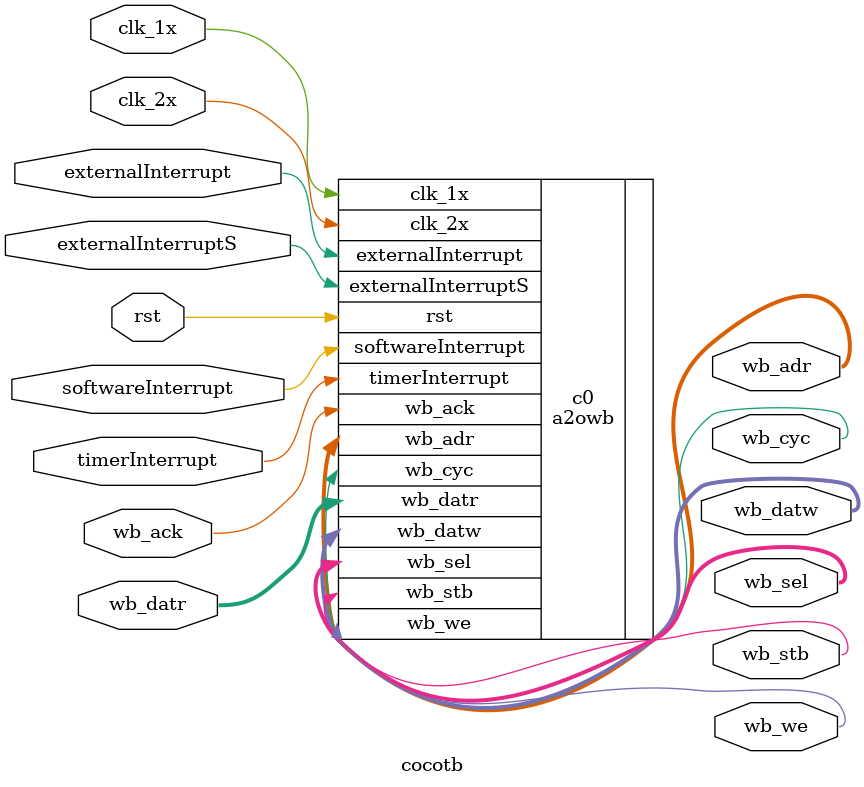
<source format=v>

`include "tri_a2o.vh"

`timescale 1ns/1ps

module cocotb (

    input                                                  clk_1x,
    input                                                  clk_2x,
    input                                                  rst,

    input                                                  timerInterrupt,
    input                                                  externalInterrupt,
    input                                                  softwareInterrupt,
    input                                                  externalInterruptS,

    output                                                 wb_stb,
    output                                                 wb_cyc,
    output [31:0]                                          wb_adr,
    output                                                 wb_we,
    output [3:0]                                           wb_sel,
    output [31:0]                                          wb_datw,
    input                                                  wb_ack,
    input  [31:0]                                          wb_datr

);

a2owb c0 (
      .clk_1x(clk_1x),
      .clk_2x(clk_2x),
      .rst(rst),

      .timerInterrupt(timerInterrupt),
      .externalInterrupt(externalInterrupt),
      .softwareInterrupt(softwareInterrupt),
      .externalInterruptS(externalInterruptS),

      .wb_stb(wb_stb),
      .wb_cyc(wb_cyc),
      .wb_adr(wb_adr),
      .wb_we(wb_we),
      .wb_ack(wb_ack),
      .wb_sel(wb_sel),
      .wb_datr(wb_datr),
      .wb_datw(wb_datw)
   );

initial begin
  $dumpfile ("a2olitex.vcd");
  // you can do it by levels and also by module so could prune down
  $dumpvars;
  // need to explicitly specify arrays for icarus
  // guess not: $dumpvars cannot dump a vpiMemory
  //$dumpvars(0, c0.iuq0.iuq_slice_top0.slice0.iuq_ibuf0.buffer_data_q);
  #1;
end

endmodule
</source>
